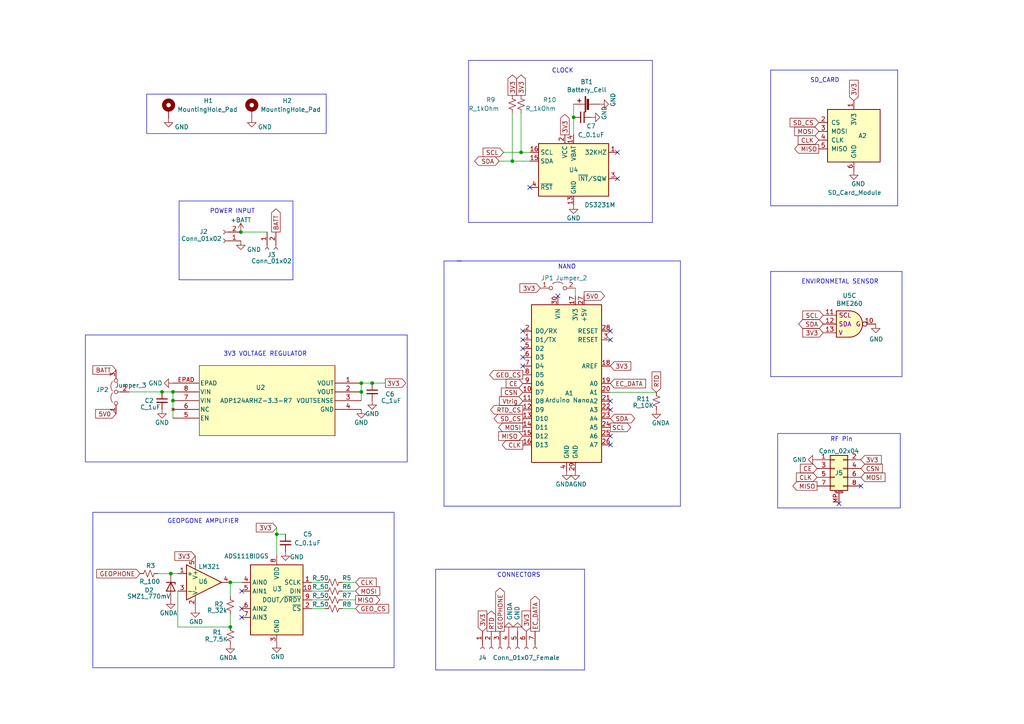
<source format=kicad_sch>
(kicad_sch (version 20230121) (generator eeschema)
  (paper "A4")
  (title_block (title "PENETROMETER BOARD") (date "2023-05-05") (company "ARTS LAB"))
  (lib_symbols
    (symbol "4xxx:4023" (pin_names (offset 1.016))
      (property "Reference" "U" (at 0 1.27 0))
      (property "Value" "4023" (at 0 -1.27 0))
      (symbol "4023_1_1"
        (arc (start 0 -3.81) (mid 3.7934 0) (end 0 3.81) (stroke (width 0.254)) (fill (type background)))
        (polyline (pts (xy 0 3.81) (xy -3.81 3.81) (xy -3.81 -3.81) (xy 0 -3.81)) (stroke (width 0.254)) (fill (type background)))
        (pin input line (at -7.62 2.54 0) (length 3.81) (name "~") (number "1"))
        (pin input line (at -7.62 0 0) (length 3.81) (name "~") (number "2"))
        (pin input line (at -7.62 -2.54 0) (length 3.81) (name "~") (number "8"))
        (pin output inverted (at 7.62 0 180) (length 3.81) (name "~") (number "9"))
      )
      (symbol "4023_1_2"
        (arc (start -3.81 -3.81) (mid -2.589 0) (end -3.81 3.81) (stroke (width 0.254)))
        (arc (start -0.6096 -3.81) (mid 2.1842 -2.5851) (end 3.81 0) (stroke (width 0.254)) (fill (type background)))
        (polyline (pts (xy -3.81 -3.81) (xy -0.635 -3.81)) (stroke (width 0.254)) (fill (type background)))
        (polyline (pts (xy -3.81 3.81) (xy -0.635 3.81)) (stroke (width 0.254)) (fill (type background)))
        (polyline (pts (xy -0.635 3.81) (xy -3.81 3.81) (xy -3.81 3.81) (xy -3.556 3.4036) (xy -3.0226 2.2606) (xy -2.6924 1.0414) (xy -2.6162 -0.254) (xy -2.7686 -1.4986) (xy -3.175 -2.7178) (xy -3.81 -3.81) (xy -3.81 -3.81) (xy -0.635 -3.81)) (stroke (width -25.4)) (fill (type background)))
        (arc (start 3.81 0) (mid 2.1915 2.5936) (end -0.6096 3.81) (stroke (width 0.254)) (fill (type background)))
        (pin input inverted (at -7.62 2.54 0) (length 4.318) (name "~") (number "1"))
        (pin input inverted (at -7.62 0 0) (length 4.953) (name "~") (number "2"))
        (pin input inverted (at -7.62 -2.54 0) (length 4.318) (name "~") (number "8"))
        (pin output line (at 7.62 0 180) (length 3.81) (name "~") (number "9"))
      )
      (symbol "4023_2_1"
        (arc (start 0 -3.81) (mid 3.7934 0) (end 0 3.81) (stroke (width 0.254)) (fill (type background)))
        (polyline (pts (xy 0 3.81) (xy -3.81 3.81) (xy -3.81 -3.81) (xy 0 -3.81)) (stroke (width 0.254)) (fill (type background)))
        (pin input line (at -7.62 2.54 0) (length 3.81) (name "~") (number "3"))
        (pin input line (at -7.62 0 0) (length 3.81) (name "~") (number "4"))
        (pin input line (at -7.62 -2.54 0) (length 3.81) (name "~") (number "5"))
        (pin output inverted (at 7.62 0 180) (length 3.81) (name "~") (number "6"))
      )
      (symbol "4023_2_2"
        (arc (start -3.81 -3.81) (mid -2.589 0) (end -3.81 3.81) (stroke (width 0.254)))
        (arc (start -0.6096 -3.81) (mid 2.1842 -2.5851) (end 3.81 0) (stroke (width 0.254)) (fill (type background)))
        (polyline (pts (xy -3.81 -3.81) (xy -0.635 -3.81)) (stroke (width 0.254)) (fill (type background)))
        (polyline (pts (xy -3.81 3.81) (xy -0.635 3.81)) (stroke (width 0.254)) (fill (type background)))
        (polyline (pts (xy -0.635 3.81) (xy -3.81 3.81) (xy -3.81 3.81) (xy -3.556 3.4036) (xy -3.0226 2.2606) (xy -2.6924 1.0414) (xy -2.6162 -0.254) (xy -2.7686 -1.4986) (xy -3.175 -2.7178) (xy -3.81 -3.81) (xy -3.81 -3.81) (xy -0.635 -3.81)) (stroke (width -25.4)) (fill (type background)))
        (arc (start 3.81 0) (mid 2.1915 2.5936) (end -0.6096 3.81) (stroke (width 0.254)) (fill (type background)))
        (pin input inverted (at -7.62 2.54 0) (length 4.318) (name "~") (number "3"))
        (pin input inverted (at -7.62 0 0) (length 4.953) (name "~") (number "4"))
        (pin input inverted (at -7.62 -2.54 0) (length 4.318) (name "~") (number "5"))
        (pin output line (at 7.62 0 180) (length 3.81) (name "~") (number "6"))
      )
      (symbol "4023_3_1"
        (arc (start 0 -3.81) (mid 3.7934 0) (end 0 3.81) (stroke (width 0.254)) (fill (type background)))
        (polyline (pts (xy 0 3.81) (xy -3.81 3.81) (xy -3.81 -3.81) (xy 0 -3.81)) (stroke (width 0.254)) (fill (type background)))
        (pin output inverted (at 7.62 0 180) (length 3.81) (name "~") (number "10"))
        (pin input line (at -7.62 2.54 0) (length 3.81) (name "~") (number "11"))
        (pin input line (at -7.62 0 0) (length 3.81) (name "~") (number "12"))
        (pin input line (at -7.62 -2.54 0) (length 3.81) (name "~") (number "13"))
      )
      (symbol "4023_3_2"
        (arc (start -3.81 -3.81) (mid -2.589 0) (end -3.81 3.81) (stroke (width 0.254)))
        (arc (start -0.6096 -3.81) (mid 2.1842 -2.5851) (end 3.81 0) (stroke (width 0.254)) (fill (type background)))
        (polyline (pts (xy -3.81 -3.81) (xy -0.635 -3.81)) (stroke (width 0.254)) (fill (type background)))
        (polyline (pts (xy -3.81 3.81) (xy -0.635 3.81)) (stroke (width 0.254)) (fill (type background)))
        (polyline (pts (xy -0.635 3.81) (xy -3.81 3.81) (xy -3.81 3.81) (xy -3.556 3.4036) (xy -3.0226 2.2606) (xy -2.6924 1.0414) (xy -2.6162 -0.254) (xy -2.7686 -1.4986) (xy -3.175 -2.7178) (xy -3.81 -3.81) (xy -3.81 -3.81) (xy -0.635 -3.81)) (stroke (width -25.4)) (fill (type background)))
        (arc (start 3.81 0) (mid 2.1915 2.5936) (end -0.6096 3.81) (stroke (width 0.254)) (fill (type background)))
        (pin output line (at 7.62 0 180) (length 3.81) (name "~") (number "10"))
        (pin input inverted (at -7.62 2.54 0) (length 4.318) (name "~") (number "11"))
        (pin input inverted (at -7.62 0 0) (length 4.953) (name "~") (number "12"))
        (pin input inverted (at -7.62 -2.54 0) (length 4.318) (name "~") (number "13"))
      )
      (symbol "4023_4_0"
        (pin power_in line (at 0 12.7 270) (length 5.08) (name "VDD") (number "14"))
        (pin power_in line (at 0 -12.7 90) (length 5.08) (name "VSS") (number "7"))
      )
      (symbol "4023_4_1"
        (rectangle (start -5.08 7.62) (end 5.08 -7.62) (stroke (width 0.254)) (fill (type background)))
      )
    )
    (symbol "Amplifier_Operational:LM321" (pin_names (offset 0.127))
      (property "Reference" "U" (at 0 7.62 0))
      (property "Value" "LM321" (at 0 5.08 0))
      (symbol "LM321_0_1"
        (polyline (pts (xy -5.08 5.08) (xy 5.08 0) (xy -5.08 -5.08) (xy -5.08 5.08)) (stroke (width 0.254)) (fill (type background)))
      )
      (symbol "LM321_1_1"
        (pin input line (at -7.62 2.54 0) (length 2.54) (name "+") (number "1"))
        (pin power_in line (at -2.54 -7.62 90) (length 3.81) (name "V-") (number "2"))
        (pin input line (at -7.62 -2.54 0) (length 2.54) (name "-") (number "3"))
        (pin output line (at 7.62 0 180) (length 2.54) (name "~") (number "4"))
        (pin power_in line (at -2.54 7.62 270) (length 3.81) (name "V+") (number "5"))
      )
    )
    (symbol "Analog_ADC:ADS1118IDGS"
      (property "Reference" "U" (at 1.27 13.97 0))
      (property "Value" "ADS1118IDGS" (at 1.27 11.43 0))
      (symbol "ADS1118IDGS_0_1"
        (rectangle (start 7.62 10.16) (end -7.62 -10.16) (stroke (width 0.254)) (fill (type background)))
      )
      (symbol "ADS1118IDGS_1_1"
        (pin input line (at 10.16 5.08 180) (length 2.54) (name "SCLK") (number "1"))
        (pin input line (at 10.16 2.54 180) (length 2.54) (name "DIN") (number "10"))
        (pin input line (at 10.16 -2.54 180) (length 2.54) (name "~{CS}") (number "2"))
        (pin power_in line (at 0 -12.7 90) (length 2.54) (name "GND") (number "3"))
        (pin input line (at -10.16 5.08 0) (length 2.54) (name "AIN0") (number "4"))
        (pin input line (at -10.16 2.54 0) (length 2.54) (name "AIN1") (number "5"))
        (pin input line (at -10.16 -2.54 0) (length 2.54) (name "AIN2") (number "6"))
        (pin input line (at -10.16 -5.08 0) (length 2.54) (name "AIN3") (number "7"))
        (pin power_in line (at 0 12.7 270) (length 2.54) (name "VDD") (number "8"))
        (pin output line (at 10.16 0 180) (length 2.54) (name "DOUT/~{DRDY}") (number "9"))
      )
    )
    (symbol "Connector:Conn_01x02_Female" (pin_names (offset 1.016) hide)
      (property "Reference" "J" (at 0 2.54 0))
      (property "Value" "Conn_01x02_Female" (at 0 -5.08 0))
      (symbol "Conn_01x02_Female_1_1"
        (arc (start 0 -2.032) (mid -0.5058 -2.54) (end 0 -3.048) (stroke (width 0.1524)))
        (polyline (pts (xy -1.27 -2.54) (xy -0.508 -2.54)) (stroke (width 0.1524)))
        (polyline (pts (xy -1.27 0) (xy -0.508 0)) (stroke (width 0.1524)))
        (arc (start 0 0.508) (mid -0.5058 0) (end 0 -0.508) (stroke (width 0.1524)))
        (pin passive line (at -5.08 0 0) (length 3.81) (name "Pin_1") (number "1"))
        (pin passive line (at -5.08 -2.54 0) (length 3.81) (name "Pin_2") (number "2"))
      )
    )
    (symbol "Connector:Conn_01x07_Female" (pin_names (offset 1.016) hide)
      (property "Reference" "J" (at 0 10.16 0))
      (property "Value" "Conn_01x07_Female" (at 0 -10.16 0))
      (symbol "Conn_01x07_Female_1_1"
        (arc (start 0 -7.112) (mid -0.5058 -7.62) (end 0 -8.128) (stroke (width 0.1524)))
        (arc (start 0 -4.572) (mid -0.5058 -5.08) (end 0 -5.588) (stroke (width 0.1524)))
        (arc (start 0 -2.032) (mid -0.5058 -2.54) (end 0 -3.048) (stroke (width 0.1524)))
        (polyline (pts (xy -1.27 -7.62) (xy -0.508 -7.62)) (stroke (width 0.1524)))
        (polyline (pts (xy -1.27 -5.08) (xy -0.508 -5.08)) (stroke (width 0.1524)))
        (polyline (pts (xy -1.27 -2.54) (xy -0.508 -2.54)) (stroke (width 0.1524)))
        (polyline (pts (xy -1.27 0) (xy -0.508 0)) (stroke (width 0.1524)))
        (polyline (pts (xy -1.27 2.54) (xy -0.508 2.54)) (stroke (width 0.1524)))
        (polyline (pts (xy -1.27 5.08) (xy -0.508 5.08)) (stroke (width 0.1524)))
        (polyline (pts (xy -1.27 7.62) (xy -0.508 7.62)) (stroke (width 0.1524)))
        (arc (start 0 0.508) (mid -0.5058 0) (end 0 -0.508) (stroke (width 0.1524)))
        (arc (start 0 3.048) (mid -0.5058 2.54) (end 0 2.032) (stroke (width 0.1524)))
        (arc (start 0 5.588) (mid -0.5058 5.08) (end 0 4.572) (stroke (width 0.1524)))
        (arc (start 0 8.128) (mid -0.5058 7.62) (end 0 7.112) (stroke (width 0.1524)))
        (pin passive line (at -5.08 7.62 0) (length 3.81) (name "Pin_1") (number "1"))
        (pin passive line (at -5.08 5.08 0) (length 3.81) (name "Pin_2") (number "2"))
        (pin passive line (at -5.08 2.54 0) (length 3.81) (name "Pin_3") (number "3"))
        (pin passive line (at -5.08 0 0) (length 3.81) (name "Pin_4") (number "4"))
        (pin passive line (at -5.08 -2.54 0) (length 3.81) (name "Pin_5") (number "5"))
        (pin passive line (at -5.08 -5.08 0) (length 3.81) (name "Pin_6") (number "6"))
        (pin passive line (at -5.08 -7.62 0) (length 3.81) (name "Pin_7") (number "7"))
      )
    )
    (symbol "Connector_Generic_MountingPin:Conn_02x04_Odd_Even_MountingPin" (pin_names (offset 1.016) hide)
      (property "Reference" "J" (at 1.27 5.08 0))
      (property "Value" "Conn_02x04_Odd_Even_MountingPin" (at 2.54 -7.62 0))
      (symbol "Conn_02x04_Odd_Even_MountingPin_1_1"
        (rectangle (start -1.27 -4.953) (end 0 -5.207) (stroke (width 0.1524)))
        (rectangle (start -1.27 -2.413) (end 0 -2.667) (stroke (width 0.1524)))
        (rectangle (start -1.27 0.127) (end 0 -0.127) (stroke (width 0.1524)))
        (rectangle (start -1.27 2.667) (end 0 2.413) (stroke (width 0.1524)))
        (rectangle (start -1.27 3.81) (end 3.81 -6.35) (stroke (width 0.254)) (fill (type background)))
        (polyline (pts (xy 0.254 -7.112) (xy 2.286 -7.112)) (stroke (width 0.1524)))
        (rectangle (start 3.81 -4.953) (end 2.54 -5.207) (stroke (width 0.1524)))
        (rectangle (start 3.81 -2.413) (end 2.54 -2.667) (stroke (width 0.1524)))
        (rectangle (start 3.81 0.127) (end 2.54 -0.127) (stroke (width 0.1524)))
        (rectangle (start 3.81 2.667) (end 2.54 2.413) (stroke (width 0.1524)))
        (text "Mounting" (at 1.27 -6.731 0) (effects (font (size 0.381 0.381))))
        (pin passive line (at -5.08 2.54 0) (length 3.81) (name "Pin_1") (number "1"))
        (pin passive line (at 7.62 2.54 180) (length 3.81) (name "Pin_2") (number "2"))
        (pin passive line (at -5.08 0 0) (length 3.81) (name "Pin_3") (number "3"))
        (pin passive line (at 7.62 0 180) (length 3.81) (name "Pin_4") (number "4"))
        (pin passive line (at -5.08 -2.54 0) (length 3.81) (name "Pin_5") (number "5"))
        (pin passive line (at 7.62 -2.54 180) (length 3.81) (name "Pin_6") (number "6"))
        (pin passive line (at -5.08 -5.08 0) (length 3.81) (name "Pin_7") (number "7"))
        (pin passive line (at 7.62 -5.08 180) (length 3.81) (name "Pin_8") (number "8"))
        (pin passive line (at 1.27 -10.16 90) (length 3.048) (name "MountPin") (number "MP"))
      )
    )
    (symbol "Device:Battery_Cell" (pin_numbers hide) (pin_names (offset 0) hide)
      (property "Reference" "BT" (at 2.54 2.54 0))
      (property "Value" "Battery_Cell" (at 2.54 0 0))
      (symbol "Battery_Cell_0_1"
        (rectangle (start -2.286 1.778) (end 2.286 1.524) (fill (type outline)))
        (rectangle (start -1.5748 1.1938) (end 1.4732 0.6858) (fill (type outline)))
        (polyline (pts (xy 0 0.762) (xy 0 0)))
        (polyline (pts (xy 0 1.778) (xy 0 2.54)))
        (polyline (pts (xy 0.508 3.429) (xy 1.524 3.429)) (stroke (width 0.254)))
        (polyline (pts (xy 1.016 3.937) (xy 1.016 2.921)) (stroke (width 0.254)))
      )
      (symbol "Battery_Cell_1_1"
        (pin passive line (at 0 5.08 270) (length 2.54) (name "+") (number "1"))
        (pin passive line (at 0 -2.54 90) (length 2.54) (name "-") (number "2"))
      )
    )
    (symbol "Device:C_Small" (pin_numbers hide) (pin_names (offset 0.254) hide)
      (property "Reference" "C" (at 0.254 1.778 0))
      (property "Value" "C_Small" (at 0.254 -2.032 0))
      (symbol "C_Small_0_1"
        (polyline (pts (xy -1.524 -0.508) (xy 1.524 -0.508)) (stroke (width 0.3302)))
        (polyline (pts (xy -1.524 0.508) (xy 1.524 0.508)) (stroke (width 0.3048)))
      )
      (symbol "C_Small_1_1"
        (pin passive line (at 0 2.54 270) (length 2.032) (name "~") (number "1"))
        (pin passive line (at 0 -2.54 90) (length 2.032) (name "~") (number "2"))
      )
    )
    (symbol "Device:R_Small_US" (pin_numbers hide) (pin_names (offset 0.254) hide)
      (property "Reference" "R" (at 0.762 0.508 0))
      (property "Value" "R_Small_US" (at 0.762 -1.016 0))
      (symbol "R_Small_US_1_1"
        (polyline (pts (xy 0 0) (xy 1.016 -0.381) (xy 0 -0.762) (xy -1.016 -1.143) (xy 0 -1.524)))
        (polyline (pts (xy 0 1.524) (xy 1.016 1.143) (xy 0 0.762) (xy -1.016 0.381) (xy 0 0)))
        (pin passive line (at 0 2.54 270) (length 1.016) (name "~") (number "1"))
        (pin passive line (at 0 -2.54 90) (length 1.016) (name "~") (number "2"))
      )
    )
    (symbol "Diode:SMZxxx" (pin_numbers hide) (pin_names hide)
      (property "Reference" "D" (at 0 2.54 0))
      (property "Value" "SMZxxx" (at 0 -2.54 0))
      (symbol "SMZxxx_0_1"
        (polyline (pts (xy 1.27 0) (xy -1.27 0)))
        (polyline (pts (xy -1.27 -1.27) (xy -1.27 1.27) (xy -0.762 1.27)) (stroke (width 0.254)))
        (polyline (pts (xy 1.27 -1.27) (xy 1.27 1.27) (xy -1.27 0) (xy 1.27 -1.27)) (stroke (width 0.254)))
      )
      (symbol "SMZxxx_1_1"
        (pin passive line (at -3.81 0 0) (length 2.54) (name "K") (number "1"))
        (pin passive line (at 3.81 0 180) (length 2.54) (name "A") (number "2"))
      )
    )
    (symbol "Jumper:Jumper_2_Open" (pin_names (offset 0) hide)
      (property "Reference" "JP" (at 0 2.794 0))
      (property "Value" "Jumper_2_Open" (at 0 -2.286 0))
      (symbol "Jumper_2_Open_0_0"
        (circle (center -2.032 0) (radius 0.508))
        (circle (center 2.032 0) (radius 0.508))
      )
      (symbol "Jumper_2_Open_0_1"
        (arc (start 1.524 1.27) (mid 0 1.778) (end -1.524 1.27))
      )
      (symbol "Jumper_2_Open_1_1"
        (pin passive line (at -5.08 0 0) (length 2.54) (name "A") (number "1"))
        (pin passive line (at 5.08 0 180) (length 2.54) (name "B") (number "2"))
      )
    )
    (symbol "Jumper:Jumper_3_Open" (pin_names (offset 0) hide)
      (property "Reference" "JP" (at -2.54 -2.54 0))
      (property "Value" "Jumper_3_Open" (at 0 2.794 0))
      (symbol "Jumper_3_Open_0_0"
        (circle (center -3.302 0) (radius 0.508))
        (circle (center 0 0) (radius 0.508))
        (circle (center 3.302 0) (radius 0.508))
      )
      (symbol "Jumper_3_Open_0_1"
        (arc (start -0.254 1.016) (mid -1.651 1.4992) (end -3.048 1.016))
        (polyline (pts (xy 0 -0.508) (xy 0 -1.27)))
        (arc (start 3.048 1.016) (mid 1.651 1.4992) (end 0.254 1.016))
      )
      (symbol "Jumper_3_Open_1_1"
        (pin passive line (at -6.35 0 0) (length 2.54) (name "A") (number "1"))
        (pin passive line (at 0 -3.81 90) (length 2.54) (name "C") (number "2"))
        (pin passive line (at 6.35 0 180) (length 2.54) (name "B") (number "3"))
      )
    )
    (symbol "Mechanical:MountingHole_Pad" (pin_numbers hide) (pin_names (offset 1.016) hide)
      (property "Reference" "H" (at 0 6.35 0))
      (property "Value" "MountingHole_Pad" (at 0 4.445 0))
      (symbol "MountingHole_Pad_0_1"
        (circle (center 0 1.27) (radius 1.27) (stroke (width 1.27)))
      )
      (symbol "MountingHole_Pad_1_1"
        (pin input line (at 0 -2.54 90) (length 2.54) (name "1") (number "1"))
      )
    )
    (symbol "Timer_RTC:DS3231M"
      (property "Reference" "U" (at -7.62 8.89 0))
      (property "Value" "DS3231M" (at 10.16 8.89 0))
      (symbol "DS3231M_0_1"
        (rectangle (start -10.16 7.62) (end 10.16 -7.62) (stroke (width 0.254)) (fill (type background)))
      )
      (symbol "DS3231M_1_1"
        (pin open_collector line (at 12.7 5.08 180) (length 2.54) (name "32KHZ") (number "1"))
        (pin passive line (at 0 -10.16 90) (length 2.54) hide (name "GND") (number "10"))
        (pin passive line (at 0 -10.16 90) (length 2.54) hide (name "GND") (number "11"))
        (pin passive line (at 0 -10.16 90) (length 2.54) hide (name "GND") (number "12"))
        (pin power_in line (at 0 -10.16 90) (length 2.54) (name "GND") (number "13"))
        (pin power_in line (at 0 10.16 270) (length 2.54) (name "VBAT") (number "14"))
        (pin bidirectional line (at -12.7 2.54 0) (length 2.54) (name "SDA") (number "15"))
        (pin input line (at -12.7 5.08 0) (length 2.54) (name "SCL") (number "16"))
        (pin power_in line (at -2.54 10.16 270) (length 2.54) (name "VCC") (number "2"))
        (pin open_collector line (at 12.7 -2.54 180) (length 2.54) (name "~{INT}/SQW") (number "3"))
        (pin bidirectional line (at -12.7 -5.08 0) (length 2.54) (name "~{RST}") (number "4"))
        (pin passive line (at 0 -10.16 90) (length 2.54) hide (name "GND") (number "5"))
        (pin passive line (at 0 -10.16 90) (length 2.54) hide (name "GND") (number "6"))
        (pin passive line (at 0 -10.16 90) (length 2.54) hide (name "GND") (number "7"))
        (pin passive line (at 0 -10.16 90) (length 2.54) hide (name "GND") (number "8"))
        (pin passive line (at 0 -10.16 90) (length 2.54) hide (name "GND") (number "9"))
      )
    )
    (symbol "power:+BATT" (power) (pin_names (offset 0))
      (property "Value" "+BATT" (at 0 3.556 0))
      (symbol "+BATT_0_1"
        (polyline (pts (xy -0.762 1.27) (xy 0 2.54)))
        (polyline (pts (xy 0 0) (xy 0 2.54)))
        (polyline (pts (xy 0 2.54) (xy 0.762 1.27)))
      )
      (symbol "+BATT_1_1"
        (pin power_in line (at 0 0 90) (length 0) hide (name "+BATT") (number "1"))
      )
    )
    (symbol "power:GND" (power) (pin_names (offset 0))
      (property "Value" "GND" (at 0 -3.81 0))
      (symbol "GND_0_1"
        (polyline (pts (xy 0 0) (xy 0 -1.27) (xy 1.27 -1.27) (xy 0 -2.54) (xy -1.27 -1.27) (xy 0 -1.27)))
      )
      (symbol "GND_1_1"
        (pin power_in line (at 0 0 270) (length 0) hide (name "GND") (number "1"))
      )
    )
    (symbol "power:GNDA" (power) (pin_names (offset 0))
      (property "Value" "GNDA" (at 0 -3.81 0))
      (symbol "GNDA_0_1"
        (polyline (pts (xy 0 0) (xy 0 -1.27) (xy 1.27 -1.27) (xy 0 -2.54) (xy -1.27 -1.27) (xy 0 -1.27)))
      )
      (symbol "GNDA_1_1"
        (pin power_in line (at 0 0 270) (length 0) hide (name "GNDA") (number "1"))
      )
    )
    (symbol "smart penetrometer update-rescue:ADP124ARHZ-3.3-R7" (pin_names (offset 0.254))
      (property "Reference" "U2" (at 29.21 -1.27 0))
      (property "Value" "ADP124ARHZ-3.3-R7" (at 30.48 -5.08 0))
      (symbol "ADP124ARHZ-3.3-R7_0_1"
        (polyline (pts (xy 7.62 5.08) (xy 7.62 -15.24)) (stroke (width 0.127)))
        (pin output line (at 0 0 0) (length 7.62) (name "VOUT") (number "1"))
        (pin output line (at 0 -2.54 0) (length 7.62) (name "VOUT") (number "2"))
        (pin output line (at 0 -5.08 0) (length 7.62) (name "VOUTSENSE") (number "3"))
        (pin power_in line (at 0 -7.62 0) (length 7.62) (name "GND") (number "4"))
        (pin input line (at 54.61 -10.16 180) (length 7.62) (name "EN") (number "5"))
        (pin no_connect line (at 54.61 -7.62 180) (length 7.62) (name "NC") (number "6"))
        (pin input line (at 54.61 -5.08 180) (length 7.62) (name "VIN") (number "7"))
        (pin input line (at 54.61 -2.54 180) (length 7.62) (name "VIN") (number "8"))
        (pin unspecified line (at 54.61 0 180) (length 7.62) (name "EPAD") (number "EPAD"))
      )
      (symbol "ADP124ARHZ-3.3-R7_1_1"
        (rectangle (start 7.62 5.08) (end 46.99 -15.24) (fill (type background)))
      )
    )
    (symbol "smart-penetrometer-update-rescue:Arduino_Nano_v3.x-MCU_Module-kitest-rescue-smart-penetrometer-rescue-smart-penetrometer-update-rescue" (pin_names (offset 1.016))
      (property "Reference" "A" (at -5.08 26.035 0))
      (property "Value" "Arduino_Nano_v3.x-MCU_Module-kitest-rescue-smart-penetrometer-rescue-smart-penetrometer-update-rescue" (at -5.08 24.13 0))
      (symbol "Arduino_Nano_v3.x-MCU_Module-kitest-rescue-smart-penetrometer-rescue-smart-penetrometer-update-rescue_0_1"
        (rectangle (start -10.16 22.86) (end 10.16 -22.86) (stroke (width 0.254)) (fill (type background)))
      )
      (symbol "Arduino_Nano_v3.x-MCU_Module-kitest-rescue-smart-penetrometer-rescue-smart-penetrometer-update-rescue_1_1"
        (pin bidirectional line (at -12.7 12.7 0) (length 2.54) (name "D1/TX") (number "1"))
        (pin bidirectional line (at -12.7 -2.54 0) (length 2.54) (name "D7") (number "10"))
        (pin bidirectional line (at -12.7 -5.08 0) (length 2.54) (name "D8") (number "11"))
        (pin bidirectional line (at -12.7 -7.62 0) (length 2.54) (name "D9") (number "12"))
        (pin bidirectional line (at -12.7 -10.16 0) (length 2.54) (name "D10") (number "13"))
        (pin bidirectional line (at -12.7 -12.7 0) (length 2.54) (name "D11") (number "14"))
        (pin bidirectional line (at -12.7 -15.24 0) (length 2.54) (name "D12") (number "15"))
        (pin bidirectional line (at -12.7 -17.78 0) (length 2.54) (name "D13") (number "16"))
        (pin power_out line (at 2.54 25.4 270) (length 2.54) (name "3V3") (number "17"))
        (pin input line (at 12.7 5.08 180) (length 2.54) (name "AREF") (number "18"))
        (pin bidirectional line (at 12.7 0 180) (length 2.54) (name "A0") (number "19"))
        (pin bidirectional line (at -12.7 15.24 0) (length 2.54) (name "D0/RX") (number "2"))
        (pin bidirectional line (at 12.7 -2.54 180) (length 2.54) (name "A1") (number "20"))
        (pin bidirectional line (at 12.7 -5.08 180) (length 2.54) (name "A2") (number "21"))
        (pin bidirectional line (at 12.7 -7.62 180) (length 2.54) (name "A3") (number "22"))
        (pin bidirectional line (at 12.7 -10.16 180) (length 2.54) (name "A4") (number "23"))
        (pin bidirectional line (at 12.7 -12.7 180) (length 2.54) (name "A5") (number "24"))
        (pin bidirectional line (at 12.7 -15.24 180) (length 2.54) (name "A6") (number "25"))
        (pin bidirectional line (at 12.7 -17.78 180) (length 2.54) (name "A7") (number "26"))
        (pin power_out line (at 5.08 25.4 270) (length 2.54) (name "+5V") (number "27"))
        (pin input line (at 12.7 15.24 180) (length 2.54) (name "RESET") (number "28"))
        (pin power_in line (at 2.54 -25.4 90) (length 2.54) (name "GND") (number "29"))
        (pin input line (at 12.7 12.7 180) (length 2.54) (name "RESET") (number "3"))
        (pin power_in line (at -2.54 25.4 270) (length 2.54) (name "VIN") (number "30"))
        (pin power_in line (at 0 -25.4 90) (length 2.54) (name "GND") (number "4"))
        (pin bidirectional line (at -12.7 10.16 0) (length 2.54) (name "D2") (number "5"))
        (pin bidirectional line (at -12.7 7.62 0) (length 2.54) (name "D3") (number "6"))
        (pin bidirectional line (at -12.7 5.08 0) (length 2.54) (name "D4") (number "7"))
        (pin bidirectional line (at -12.7 2.54 0) (length 2.54) (name "D5") (number "8"))
        (pin bidirectional line (at -12.7 0 0) (length 2.54) (name "D6") (number "9"))
      )
    )
    (symbol "smart-penetrometer-update-rescue:SD_Card_Module-Charleslabs_Parts-kitest-rescue-smart-penetrometer-rescue-smart-penetrometer-update-rescue" (pin_names (offset 1.016))
      (property "Reference" "A" (at -7.62 10.16 0))
      (property "Value" "SD_Card_Module-Charleslabs_Parts-kitest-rescue-smart-penetrometer-rescue-smart-penetrometer-update-rescue" (at 10.16 10.16 0))
      (symbol "SD_Card_Module-Charleslabs_Parts-kitest-rescue-smart-penetrometer-rescue-smart-penetrometer-update-rescue_0_1"
        (rectangle (start -7.62 7.62) (end 7.62 -7.62) (stroke (width 0.254)) (fill (type background)))
      )
      (symbol "SD_Card_Module-Charleslabs_Parts-kitest-rescue-smart-penetrometer-rescue-smart-penetrometer-update-rescue_1_1"
        (pin power_in line (at 0 10.16 270) (length 2.54) (name "3V3") (number "1"))
        (pin input line (at -10.16 3.81 0) (length 2.54) (name "CS") (number "2"))
        (pin input line (at -10.16 1.27 0) (length 2.54) (name "MOSI") (number "3"))
        (pin input line (at -10.16 -1.27 0) (length 2.54) (name "CLK") (number "4"))
        (pin tri_state line (at -10.16 -3.81 0) (length 2.54) (name "MISO") (number "5"))
        (pin power_in line (at 0 -10.16 90) (length 2.54) (name "GND") (number "6"))
      )
    )
  )
  (junction (at 151.13 44.196))
  (junction (at 107.95 111.125))
  (junction (at 46.99 113.665))
  (junction (at 66.802 181.864))
  (junction (at 166.37 34.036))
  (junction (at 49.53 166.37))
  (junction (at 69.85 67.31))
  (junction (at 50.165 116.205))
  (junction (at 66.802 168.91))
  (junction (at 50.165 113.665))
  (junction (at 104.775 113.665))
  (junction (at 104.775 111.125))
  (junction (at 80.264 154.94))
  (junction (at 148.59 46.736))
  (no_connect (at 161.798 85.852))
  (no_connect (at 249.682 140.97))
  (no_connect (at 177.038 98.552))
  (no_connect (at 243.332 146.05))
  (no_connect (at 177.038 129.032))
  (no_connect (at 151.638 106.172))
  (no_connect (at 177.038 116.332))
  (no_connect (at 70.104 171.45))
  (no_connect (at 177.038 118.872))
  (no_connect (at 151.638 101.092))
  (no_connect (at 153.67 54.356))
  (no_connect (at 151.638 98.552))
  (no_connect (at 151.638 96.012))
  (no_connect (at 179.07 44.196))
  (no_connect (at 177.038 126.492))
  (no_connect (at 70.104 179.07))
  (no_connect (at 179.07 51.816))
  (no_connect (at 151.638 103.632))
  (no_connect (at 177.038 96.012))
  (no_connect (at 70.104 176.53))
  (wire (pts (xy 46.99 113.665) (xy 50.165 113.665)))
  (wire (pts (xy 151.13 44.196) (xy 153.67 44.196)))
  (wire (pts (xy 50.165 116.205) (xy 50.165 121.285)))
  (wire (pts (xy 45.72 166.37) (xy 49.53 166.37)))
  (polyline (pts (xy 261.62 109.22) (xy 223.52 109.22)))
  (wire (pts (xy 80.264 153.035) (xy 80.264 154.94)))
  (wire (pts (xy 148.59 46.736) (xy 153.67 46.736)))
  (polyline (pts (xy 189.23 64.516) (xy 189.23 17.526)))
  (polyline (pts (xy 197.358 146.812) (xy 128.778 146.812)))
  (wire (pts (xy 166.37 34.036) (xy 166.37 39.116)))
  (polyline (pts (xy 128.778 146.812) (xy 128.778 75.692)))
  (wire (pts (xy 99.314 171.45) (xy 103.124 171.45)))
  (polyline (pts (xy 223.52 78.74) (xy 223.52 109.22)))
  (polyline (pts (xy 261.62 78.74) (xy 261.62 109.22)))
  (wire (pts (xy 104.775 113.665) (xy 104.775 116.205)))
  (polyline (pts (xy 223.52 59.69) (xy 260.35 59.69)))
  (wire (pts (xy 80.264 161.29) (xy 80.264 154.94)))
  (polyline (pts (xy 51.943 58.293) (xy 51.943 81.153)))
  (wire (pts (xy 177.038 113.792) (xy 190.373 113.792)))
  (wire (pts (xy 104.775 111.125) (xy 107.95 111.125)))
  (polyline (pts (xy 260.35 20.32) (xy 223.52 20.32)))
  (wire (pts (xy 50.165 113.665) (xy 50.165 116.205)))
  (wire (pts (xy 90.424 171.45) (xy 94.234 171.45)))
  (polyline (pts (xy 169.545 165.1) (xy 169.545 194.31)))
  (wire (pts (xy 90.424 168.91) (xy 94.234 168.91)))
  (wire (pts (xy 104.775 111.125) (xy 104.775 113.665)))
  (polyline (pts (xy 84.963 58.293) (xy 51.943 58.293)))
  (wire (pts (xy 151.13 32.766) (xy 151.13 44.196)))
  (wire (pts (xy 51.562 181.864) (xy 66.802 181.864)))
  (wire (pts (xy 69.85 67.31) (xy 77.47 67.31)))
  (polyline (pts (xy 197.358 75.692) (xy 197.358 146.812)))
  (wire (pts (xy 166.878 83.566) (xy 166.878 85.852)))
  (polyline (pts (xy 84.963 81.153) (xy 84.963 58.293)))
  (wire (pts (xy 90.424 176.53) (xy 94.234 176.53)))
  (polyline (pts (xy 223.52 78.74) (xy 261.62 78.74)))
  (wire (pts (xy 66.802 181.864) (xy 66.802 178.054)))
  (polyline (pts (xy 126.365 165.1) (xy 169.545 165.1)))
  (polyline (pts (xy 128.778 75.692) (xy 133.858 75.692)))
  (wire (pts (xy 146.05 44.196) (xy 151.13 44.196)))
  (polyline (pts (xy 223.52 20.32) (xy 223.52 59.69)))
  (wire (pts (xy 166.37 30.226) (xy 166.37 34.036)))
  (wire (pts (xy 49.53 166.37) (xy 51.562 166.37)))
  (polyline (pts (xy 126.365 194.31) (xy 126.365 165.1)))
  (wire (pts (xy 80.264 154.94) (xy 82.804 154.94)))
  (wire (pts (xy 99.314 173.99) (xy 103.124 173.99)))
  (polyline (pts (xy 169.545 194.31) (xy 126.365 194.31)))
  (polyline (pts (xy 135.89 17.526) (xy 189.23 17.526)))
  (wire (pts (xy 66.802 168.91) (xy 70.104 168.91)))
  (wire (pts (xy 51.562 171.45) (xy 51.562 181.864)))
  (wire (pts (xy 66.802 172.974) (xy 66.802 168.91)))
  (polyline (pts (xy 132.588 75.692) (xy 197.358 75.692)))
  (polyline (pts (xy 135.89 17.526) (xy 135.89 64.516)))
  (wire (pts (xy 148.59 32.766) (xy 148.59 46.736)))
  (wire (pts (xy 144.78 46.736) (xy 148.59 46.736)))
  (wire (pts (xy 37.465 113.665) (xy 46.99 113.665)))
  (wire (pts (xy 90.424 173.99) (xy 94.234 173.99)))
  (wire (pts (xy 99.314 168.91) (xy 103.124 168.91)))
  (wire (pts (xy 99.314 176.53) (xy 103.124 176.53)))
  (polyline (pts (xy 51.943 81.153) (xy 84.963 81.153)))
  (polyline (pts (xy 260.35 59.69) (xy 260.35 20.32)))
  (polyline (pts (xy 135.89 64.516) (xy 189.23 64.516)))
  (wire (pts (xy 107.95 111.125) (xy 111.76 111.125)))
  (rectangle (start 42.545 27.305) (end 94.615 38.735))
  (rectangle (start 24.765 97.155) (end 118.11 133.985))
  (rectangle (start 26.924 148.59) (end 114.3 193.675))
  (rectangle (start 225.552 125.73) (end 261.112 147.32))
  (text "GEOPGONE AMPLIFIER" (at 48.514 152.019 0) (effects (font (size 1.27 1.27)) (justify left bottom)))
  (text "POWER INPUT" (at 60.833 62.103 0) (effects (font (size 1.27 1.27)) (justify left bottom)))
  (text "3V3 VOLTAGE REGULATOR" (at 64.77 103.505 0) (effects (font (size 1.27 1.27)) (justify left bottom)))
  (text "NANO" (at 161.798 78.232 0) (effects (font (size 1.27 1.27)) (justify left bottom)))
  (text "CLOCK" (at 160.02 21.336 0) (effects (font (size 1.27 1.27)) (justify left bottom)))
  (text "RF Pin" (at 240.792 128.27 0) (effects (font (size 1.27 1.27)) (justify left bottom)))
  (text "CONNECTORS" (at 144.145 167.64 0) (effects (font (size 1.27 1.27)) (justify left bottom)))
  (text "SD_CARD" (at 234.95 24.13 0) (effects (font (size 1.27 1.27)) (justify left bottom)))
  (text "ENVIRONMETAL SENSOR" (at 232.41 82.55 0) (effects (font (size 1.27 1.27)) (justify left bottom)))
  (global_label "SDA" (shape bidirectional) (at 144.78 46.736 180) (property "Intersheetrefs" "${INTERSHEET_REFS}" (effects hide)))
  (global_label "SCL" (shape input) (at 146.05 44.196 180) (property "Intersheetrefs" "${INTERSHEET_REFS}" (effects hide)))
  (global_label "CSN" (shape input) (at 151.638 113.792 180) (property "Intersheetrefs" "${INTERSHEET_REFS}" (effects hide)))
  (global_label "GEO_CS" (shape output) (at 151.638 108.712 180) (property "Intersheetrefs" "${INTERSHEET_REFS}" (effects hide)))
  (global_label "EC_DATA" (shape output) (at 155.194 183.134 90) (property "Intersheetrefs" "${INTERSHEET_REFS}" (effects hide)))
  (global_label "GEOPHONE" (shape input) (at 40.64 166.37 180) (property "Intersheetrefs" "${INTERSHEET_REFS}" (effects hide)))
  (global_label "CLK" (shape input) (at 236.982 138.43 180) (property "Intersheetrefs" "${INTERSHEET_REFS}" (effects hide)))
  (global_label "MOSI" (shape input) (at 237.49 38.1 180) (property "Intersheetrefs" "${INTERSHEET_REFS}" (effects hide)))
  (global_label "SCL" (shape input) (at 238.76 91.44 180) (property "Intersheetrefs" "${INTERSHEET_REFS}" (effects hide)))
  (global_label "CLK" (shape input) (at 237.49 40.64 180) (property "Intersheetrefs" "${INTERSHEET_REFS}" (effects hide)))
  (global_label "5V0" (shape output) (at 169.418 85.852 0) (property "Intersheetrefs" "${INTERSHEET_REFS}" (effects hide)))
  (global_label "SCL" (shape output) (at 177.038 123.952 0) (property "Intersheetrefs" "${INTERSHEET_REFS}" (effects hide)))
  (global_label "3V3" (shape input) (at 139.954 183.134 90) (property "Intersheetrefs" "${INTERSHEET_REFS}" (effects hide)))
  (global_label "3V3" (shape input) (at 177.038 106.172 0) (property "Intersheetrefs" "${INTERSHEET_REFS}" (effects hide)))
  (global_label "RTD_CS" (shape output) (at 151.638 118.872 180) (property "Intersheetrefs" "${INTERSHEET_REFS}" (effects hide)))
  (global_label "3V3" (shape input) (at 152.654 183.134 90) (property "Intersheetrefs" "${INTERSHEET_REFS}" (effects hide)))
  (global_label "EC_DATA" (shape input) (at 177.038 111.252 0) (property "Intersheetrefs" "${INTERSHEET_REFS}" (effects hide)))
  (global_label "CLK" (shape output) (at 151.638 129.032 180) (property "Intersheetrefs" "${INTERSHEET_REFS}" (effects hide)))
  (global_label "GEOPHONE" (shape output) (at 145.034 183.134 90) (property "Intersheetrefs" "${INTERSHEET_REFS}" (effects hide)))
  (global_label "GEO_CS" (shape input) (at 103.124 176.53 0) (property "Intersheetrefs" "${INTERSHEET_REFS}" (effects hide)))
  (global_label "MISO" (shape output) (at 103.124 173.99 0) (property "Intersheetrefs" "${INTERSHEET_REFS}" (effects hide)))
  (global_label "5V0" (shape input) (at 33.655 120.015 180) (property "Intersheetrefs" "${INTERSHEET_REFS}" (effects hide)))
  (global_label "3V3" (shape output) (at 148.59 27.686 90) (property "Intersheetrefs" "${INTERSHEET_REFS}" (effects hide)))
  (global_label "CLK" (shape input) (at 103.124 168.91 0) (property "Intersheetrefs" "${INTERSHEET_REFS}" (effects hide)))
  (global_label "BATT" (shape output) (at 80.01 67.31 90) (property "Intersheetrefs" "${INTERSHEET_REFS}" (effects hide)))
  (global_label "SD_CS" (shape input) (at 237.49 35.56 180) (property "Intersheetrefs" "${INTERSHEET_REFS}" (effects hide)))
  (global_label "3V3" (shape input) (at 238.76 96.52 180) (property "Intersheetrefs" "${INTERSHEET_REFS}" (effects hide)))
  (global_label "SDA" (shape bidirectional) (at 238.76 93.98 180) (property "Intersheetrefs" "${INTERSHEET_REFS}" (effects hide)))
  (global_label "MISO" (shape output) (at 236.982 140.97 180) (property "Intersheetrefs" "${INTERSHEET_REFS}" (effects hide)))
  (global_label "CSN" (shape input) (at 249.682 135.89 0) (property "Intersheetrefs" "${INTERSHEET_REFS}" (effects hide)))
  (global_label "SD_CS" (shape output) (at 151.638 121.412 180) (property "Intersheetrefs" "${INTERSHEET_REFS}" (effects hide)))
  (global_label "RTD" (shape input) (at 190.373 113.792 90) (property "Intersheetrefs" "${INTERSHEET_REFS}" (effects hide)))
  (global_label "3V3" (shape output) (at 151.13 27.686 90) (property "Intersheetrefs" "${INTERSHEET_REFS}" (effects hide)))
  (global_label "CE" (shape input) (at 236.982 135.89 180) (property "Intersheetrefs" "${INTERSHEET_REFS}" (effects hide)))
  (global_label "Vtrig" (shape input) (at 151.638 116.332 180) (property "Intersheetrefs" "${INTERSHEET_REFS}" (effects hide)))
  (global_label "3V3" (shape output) (at 111.76 111.125 0) (property "Intersheetrefs" "${INTERSHEET_REFS}" (effects hide)))
  (global_label "MOSI" (shape input) (at 103.124 171.45 0) (property "Intersheetrefs" "${INTERSHEET_REFS}" (effects hide)))
  (global_label "MOSI" (shape input) (at 249.682 138.43 0) (property "Intersheetrefs" "${INTERSHEET_REFS}" (effects hide)))
  (global_label "BATT" (shape input) (at 33.655 107.315 180) (property "Intersheetrefs" "${INTERSHEET_REFS}" (effects hide)))
  (global_label "3V3" (shape input) (at 247.65 29.21 90) (property "Intersheetrefs" "${INTERSHEET_REFS}" (effects hide)))
  (global_label "RTD" (shape output) (at 142.494 183.134 90) (property "Intersheetrefs" "${INTERSHEET_REFS}" (effects hide)))
  (global_label "3V3" (shape input) (at 80.264 153.035 180) (property "Intersheetrefs" "${INTERSHEET_REFS}" (effects hide)))
  (global_label "3V3" (shape output) (at 163.83 39.116 90) (property "Intersheetrefs" "${INTERSHEET_REFS}" (effects hide)))
  (global_label "CE" (shape input) (at 151.638 111.252 180) (property "Intersheetrefs" "${INTERSHEET_REFS}" (effects hide)))
  (global_label "3V3" (shape input) (at 56.642 161.29 180) (property "Intersheetrefs" "${INTERSHEET_REFS}" (effects hide)))
  (global_label "3V3" (shape input) (at 156.718 83.566 180) (property "Intersheetrefs" "${INTERSHEET_REFS}" (effects hide)))
  (global_label "MISO" (shape input) (at 151.638 126.492 180) (property "Intersheetrefs" "${INTERSHEET_REFS}" (effects hide)))
  (global_label "MISO" (shape output) (at 237.49 43.18 180) (property "Intersheetrefs" "${INTERSHEET_REFS}" (effects hide)))
  (global_label "3V3" (shape input) (at 249.682 133.35 0) (property "Intersheetrefs" "${INTERSHEET_REFS}" (effects hide)))
  (global_label "SDA" (shape bidirectional) (at 177.038 121.412 0) (property "Intersheetrefs" "${INTERSHEET_REFS}" (effects hide)))
  (global_label "MOSI" (shape output) (at 151.638 123.952 180) (property "Intersheetrefs" "${INTERSHEET_REFS}" (effects hide)))
  (symbol (lib_id "power:GND") (at 82.804 160.02 0) (unit 1)
    (property "Reference" "#PWR011" (effects hide))
    (property "Value" "GND" (at 88.138 161.544 0) (effects (justify right)))
  )
  (symbol (lib_id "Connector:Conn_01x02_Female") (at 77.47 72.39 90) (mirror x) (unit 1)
    (property "Reference" "J3" (at 78.74 73.914 90))
    (property "Value" "Conn_01x02" (at 78.74 75.692 90))
    (property "Footprint" "Connector_PinSocket_2.54mm:PinSocket_1x02_P2.54mm_Horizontal" (effects hide))
  )
  (symbol (lib_id "power:GND") (at 73.025 34.29 0) (unit 1)
    (property "Reference" "#PWR07" (effects hide))
    (property "Value" "GND" (at 76.835 36.83 0))
  )
  (symbol (lib_id "Device:Battery_Cell") (at 171.45 30.226 90) (unit 1)
    (property "Reference" "BT1" (at 170.18 23.749 90))
    (property "Value" "Battery_Cell" (at 170.18 26.0604 90))
    (property "Footprint" "kitest:battery_holder_10mm" (effects hide))
  )
  (symbol (lib_id "power:+BATT") (at 69.85 67.31 0) (unit 1)
    (property "Reference" "#PWR04" (effects hide))
    (property "Value" "+BATT" (at 69.85 63.8081 0))
  )
  (symbol (lib_id "power:GND") (at 107.95 116.205 0) (unit 1)
    (property "Reference" "#PWR010" (effects hide))
    (property "Value" "GND" (at 107.95 120.015 0))
  )
  (symbol (lib_id "power:GND") (at 104.775 118.745 0) (unit 1)
    (property "Reference" "#PWR03" (effects hide))
    (property "Value" "GND" (at 104.775 122.555 0))
  )
  (symbol (lib_id "smart-penetrometer-update-rescue:SD_Card_Module-Charleslabs_Parts-kitest-rescue-smart-penetrometer-rescue-smart-penetrometer-update-rescue") (at 247.65 39.37 0) (unit 1)
    (property "Reference" "A2" (at 248.92 39.37 0) (effects (justify left)))
    (property "Value" "SD_Card_Module" (at 240.03 55.88 0) (effects (justify left)))
    (property "Footprint" "kitest:SD Module" (effects hide))
  )
  (symbol (lib_id "power:GND") (at 173.99 30.226 90) (unit 1)
    (property "Reference" "#PWR017" (effects hide))
    (property "Value" "GND" (at 177.8 28.956 0))
  )
  (symbol (lib_id "power:GNDA") (at 66.802 186.944 0) (unit 1)
    (property "Reference" "#PWR026" (effects hide))
    (property "Value" "GNDA" (at 66.167 190.754 0))
  )
  (symbol (lib_id "Timer_RTC:DS3231M") (at 166.37 49.276 0) (unit 1)
    (property "Reference" "U4" (at 166.37 49.276 0))
    (property "Value" "DS3231M" (at 173.99 59.436 0))
    (property "Footprint" "Package_SO:SOIC-16W_7.5x10.3mm_P1.27mm" (effects hide))
    (property "Datasheet" "http://datasheets.maximintegrated.com/en/ds/DS3231.pdf" (effects hide))
  )
  (symbol (lib_id "power:GNDA") (at 147.574 183.134 180) (unit 1)
    (property "Reference" "#PWR027" (effects hide))
    (property "Value" "GNDA" (at 147.828 177.292 90))
  )
  (symbol (lib_id "Device:C_Small") (at 107.95 113.665 0) (unit 1)
    (property "Reference" "C6" (at 111.76 114.3 0) (effects (justify left)))
    (property "Value" "C_1uF" (at 110.49 116.205 0) (effects (justify left)))
    (property "Footprint" "Capacitor_SMD:C_1206_3216Metric" (effects hide))
  )
  (symbol (lib_id "Connector_Generic_MountingPin:Conn_02x04_Odd_Even_MountingPin") (at 242.062 135.89 0) (unit 1)
    (property "Reference" "J5" (at 243.332 137.16 0))
    (property "Value" "Conn_02x04" (at 243.332 130.81 0))
    (property "Footprint" "Connector_PinSocket_2.54mm:PinSocket_2x04_P2.54mm_Vertical" (effects hide))
  )
  (symbol (lib_id "Connector:Conn_01x07_Female") (at 147.574 188.214 90) (mirror x) (unit 1)
    (property "Reference" "J4" (at 139.954 190.754 90))
    (property "Value" "Conn_01x07_Female" (at 152.654 190.754 90))
    (property "Footprint" "Connector_PinSocket_2.54mm:PinSocket_1x07_P2.54mm_Horizontal" (effects hide))
  )
  (symbol (lib_id "power:GND") (at 46.99 118.745 0) (unit 1)
    (property "Reference" "#PWR02" (effects hide))
    (property "Value" "GND" (at 46.99 122.555 0))
  )
  (symbol (lib_id "Analog_ADC:ADS1118IDGS") (at 80.264 173.99 0) (unit 1)
    (property "Reference" "U3" (at 78.994 170.815 0) (effects (justify left)))
    (property "Value" "ADS1118IDGS" (at 65.024 161.29 0) (effects (justify left)))
    (property "Footprint" "kitest:ADS1118_10VSSOP" (effects hide))
    (property "Datasheet" "http://www.ti.com/lit/ds/symlink/ads1118.pdf" (effects hide))
  )
  (symbol (lib_id "Device:R_Small_US") (at 96.774 173.99 270) (unit 1)
    (property "Reference" "R7" (at 100.584 172.72 90))
    (property "Value" "R_50" (at 92.964 172.72 90))
    (property "Footprint" "Resistor_SMD:R_1206_3216Metric" (effects hide))
  )
  (symbol (lib_id "Connector:Conn_01x02_Female") (at 64.77 69.85 180) (unit 1)
    (property "Reference" "J2" (at 59.055 67.183 0))
    (property "Value" "Conn_01x02" (at 58.42 69.215 0))
    (property "Footprint" "Connector_PinSocket_2.54mm:PinSocket_1x02_P2.54mm_Horizontal" (effects hide))
  )
  (symbol (lib_id "Device:R_Small_US") (at 66.802 184.404 0) (unit 1)
    (property "Reference" "R1" (at 62.992 183.388 0))
    (property "Value" "R_7.5K" (at 62.738 185.42 0))
    (property "Footprint" "Resistor_SMD:R_1206_3216Metric" (effects hide))
  )
  (symbol (lib_id "Device:R_Small_US") (at 190.373 116.332 0) (unit 1)
    (property "Reference" "R11" (at 186.563 115.697 0))
    (property "Value" "R_10K" (at 186.563 117.602 0))
    (property "Footprint" "Resistor_SMD:R_1206_3216Metric" (effects hide))
  )
  (symbol (lib_id "4xxx:4023") (at 246.38 93.98 0) (unit 3)
    (property "Reference" "U5" (at 246.38 85.725 0))
    (property "Value" "BME260" (at 246.38 88.0364 0))
    (property "Footprint" "kitest:BME260" (effects hide))
    (property "Datasheet" "http://www.intersil.com/content/dam/Intersil/documents/cd40/cd4011bms-12bms-23bms.pdf" (effects hide))
    (property "4" "G" (at 248.92 93.98 0))
    (property "2" "SCL" (at 245.11 91.44 0))
    (property "1" "SDA" (at 245.11 93.98 0))
    (property "3" "V" (at 243.84 96.52 0))
  )
  (symbol (lib_id "Device:R_Small_US") (at 66.802 175.514 0) (unit 1)
    (property "Reference" "R2" (at 63.5 175.26 0))
    (property "Value" "R_32k" (at 62.992 177.038 0))
    (property "Footprint" "Resistor_SMD:R_1206_3216Metric" (effects hide))
  )
  (symbol (lib_id "power:GND") (at 69.85 69.85 0) (unit 1)
    (property "Reference" "#PWR05" (effects hide))
    (property "Value" "GND" (at 73.66 72.39 0))
  )
  (symbol (lib_id "power:GNDA") (at 164.338 136.652 0) (unit 1)
    (property "Reference" "#PWR018" (effects hide))
    (property "Value" "GNDA" (at 163.703 140.462 0))
  )
  (symbol (lib_id "Amplifier_Operational:LM321") (at 59.182 168.91 0) (unit 1)
    (property "Reference" "U6" (at 58.928 168.656 0))
    (property "Value" "LM321" (at 60.706 164.338 0))
    (property "Footprint" "Package_TO_SOT_SMD:SOT-23-5" (effects hide))
    (property "Datasheet" "http://www.ti.com/lit/ds/symlink/lm321.pdf" (effects hide))
  )
  (symbol (lib_id "power:GND") (at 48.895 34.29 0) (unit 1)
    (property "Reference" "#PWR01" (effects hide))
    (property "Value" "GND" (at 52.705 36.83 0))
  )
  (symbol (lib_id "power:GND") (at 166.878 136.652 0) (unit 1)
    (property "Reference" "#PWR019" (effects hide))
    (property "Value" "GND" (at 168.148 140.462 0))
  )
  (symbol (lib_id "Device:C_Small") (at 46.99 116.205 0) (unit 1)
    (property "Reference" "C2" (at 41.91 116.205 0) (effects (justify left)))
    (property "Value" "C_1uF" (at 40.64 118.11 0) (effects (justify left)))
    (property "Footprint" "Capacitor_SMD:C_1206_3216Metric" (effects hide))
  )
  (symbol (lib_id "Mechanical:MountingHole_Pad") (at 48.895 31.75 0) (unit 1)
    (property "Reference" "H1" (at 59.055 29.21 0) (effects (justify left)))
    (property "Value" "MountingHole_Pad" (at 51.435 31.7573 0) (effects (justify left)))
    (property "Footprint" "MountingHole:MountingHole_3.2mm_M3_Pad" (effects hide))
  )
  (symbol (lib_id "power:GND") (at 56.642 176.53 0) (unit 1)
    (property "Reference" "#PWR025" (effects hide))
    (property "Value" "GND" (at 58.928 180.34 0) (effects (justify right)))
  )
  (symbol (lib_id "Mechanical:MountingHole_Pad") (at 73.025 31.75 0) (unit 1)
    (property "Reference" "H2" (at 81.915 29.21 0) (effects (justify left)))
    (property "Value" "MountingHole_Pad" (at 75.565 31.7573 0) (effects (justify left)))
    (property "Footprint" "MountingHole:MountingHole_3.2mm_M3_Pad" (effects hide))
  )
  (symbol (lib_id "smart-penetrometer-update-rescue:Arduino_Nano_v3.x-MCU_Module-kitest-rescue-smart-penetrometer-rescue-smart-penetrometer-update-rescue") (at 164.338 111.252 0) (unit 1)
    (property "Reference" "A1" (at 165.1 114.046 0))
    (property "Value" "Arduino Nano" (at 164.592 116.078 0))
    (property "Footprint" "Module:Arduino_Nano" (effects hide))
    (property "Datasheet" "http://www.mouser.com/pdfdocs/Gravitech_Arduino_Nano3_0.pdf" (effects hide))
  )
  (symbol (lib_id "Diode:SMZxxx") (at 49.53 170.18 270) (unit 1)
    (property "Reference" "D2" (at 41.91 171.196 90) (effects (justify left)))
    (property "Value" "SMZ1_770mV" (at 36.83 172.974 90) (effects (justify left)))
    (property "Footprint" "Diode_SMD:D_MELF" (effects hide))
    (property "Datasheet" "https://diotec.com/tl_files/diotec/files/pdf/datasheets/smz1.pdf" (effects hide))
  )
  (symbol (lib_id "smart penetrometer update-rescue:ADP124ARHZ-3.3-R7") (at 104.775 111.125 0) (mirror y) (unit 1)
    (property "Reference" "U2" (at 75.565 112.395 0))
    (property "Value" "ADP124ARHZ-3.3-R7" (at 74.295 116.205 0))
    (property "Footprint" "footprint:RH_8_1_ADI" (effects hide))
    (property "Datasheet" "https://www.analog.com/media/en/technical-documentation/data-sheets/ADP124_125.pdf" (effects hide))
  )
  (symbol (lib_id "power:GND") (at 150.114 183.134 180) (unit 1)
    (property "Reference" "#PWR014" (effects hide))
    (property "Value" "GND" (at 149.987 179.8828 90) (effects (justify right)))
  )
  (symbol (lib_id "Device:R_Small_US") (at 96.774 168.91 270) (unit 1)
    (property "Reference" "R5" (at 100.584 167.64 90))
    (property "Value" "R_50" (at 92.964 167.64 90))
    (property "Footprint" "Resistor_SMD:R_1206_3216Metric" (effects hide))
  )
  (symbol (lib_id "power:GNDA") (at 49.53 173.99 0) (unit 1)
    (property "Reference" "#PWR024" (effects hide))
    (property "Value" "GNDA" (at 48.895 177.8 0))
  )
  (symbol (lib_id "power:GND") (at 254 93.98 0) (unit 1)
    (property "Reference" "#PWR023" (effects hide))
    (property "Value" "GND" (at 254.127 98.3742 0))
  )
  (symbol (lib_id "power:GND") (at 166.37 59.436 0) (unit 1)
    (property "Reference" "#PWR015" (effects hide))
    (property "Value" "GND" (at 166.37 63.246 0))
  )
  (symbol (lib_id "Device:R_Small_US") (at 148.59 30.226 0) (unit 1)
    (property "Reference" "R9" (at 140.97 28.956 0) (effects (justify left)))
    (property "Value" "R_1kOhm" (at 135.89 31.496 0) (effects (justify left)))
    (property "Footprint" "Resistor_SMD:R_1206_3216Metric" (effects hide))
  )
  (symbol (lib_id "Device:C_Small") (at 168.91 34.036 270) (unit 1)
    (property "Reference" "C7" (at 171.45 36.576 90))
    (property "Value" "C_0.1uF" (at 171.45 39.116 90))
    (property "Footprint" "Capacitor_SMD:C_1206_3216Metric" (effects hide))
  )
  (symbol (lib_id "power:GNDA") (at 190.373 118.872 0) (unit 1)
    (property "Reference" "#PWR020" (effects hide))
    (property "Value" "GNDA" (at 191.643 122.682 0))
  )
  (symbol (lib_id "Device:R_Small_US") (at 96.774 176.53 270) (unit 1)
    (property "Reference" "R8" (at 100.584 175.26 90))
    (property "Value" "R_50" (at 92.964 175.26 90))
    (property "Footprint" "Resistor_SMD:R_1206_3216Metric" (effects hide))
  )
  (symbol (lib_id "power:GND") (at 247.65 49.53 0) (unit 1)
    (property "Reference" "#PWR022" (effects hide))
    (property "Value" "GND" (at 248.92 53.34 0))
  )
  (symbol (lib_id "Device:C_Small") (at 82.804 157.48 0) (unit 1)
    (property "Reference" "C5" (at 87.884 154.94 0) (effects (justify left)))
    (property "Value" "C_0.1uF" (at 85.344 157.48 0) (effects (justify left)))
    (property "Footprint" "Capacitor_SMD:C_1206_3216Metric" (effects hide))
  )
  (symbol (lib_id "power:GND") (at 171.45 34.036 90) (unit 1)
    (property "Reference" "#PWR016" (effects hide))
    (property "Value" "GND" (at 175.26 32.766 0))
  )
  (symbol (lib_id "power:GND") (at 50.165 111.125 270) (unit 1)
    (property "Reference" "#PWR013" (effects hide))
    (property "Value" "GND" (at 45.085 111.125 90))
  )
  (symbol (lib_id "Device:R_Small_US") (at 43.18 166.37 90) (unit 1)
    (property "Reference" "R3" (at 43.688 164.084 90))
    (property "Value" "R_100" (at 43.434 168.656 90))
    (property "Footprint" "Resistor_SMD:R_1206_3216Metric" (effects hide))
  )
  (symbol (lib_id "Jumper:Jumper_2_Open") (at 161.798 83.566 0) (unit 1)
    (property "Reference" "JP1" (at 158.75 80.645 0))
    (property "Value" "Jumper_2" (at 165.735 80.645 0))
    (property "Footprint" "Connector_PinHeader_2.54mm:PinHeader_1x02_P2.54mm_Vertical" (effects hide))
  )
  (symbol (lib_id "Device:R_Small_US") (at 96.774 171.45 270) (unit 1)
    (property "Reference" "R6" (at 100.584 170.18 90))
    (property "Value" "R_50" (at 92.964 170.18 90))
    (property "Footprint" "Resistor_SMD:R_1206_3216Metric" (effects hide))
  )
  (symbol (lib_id "Device:R_Small_US") (at 151.13 30.226 0) (unit 1)
    (property "Reference" "R10" (at 157.48 28.956 0) (effects (justify left)))
    (property "Value" "R_1kOhm" (at 152.4 31.496 0) (effects (justify left)))
    (property "Footprint" "Resistor_SMD:R_1206_3216Metric" (effects hide))
  )
  (symbol (lib_id "power:GND") (at 236.982 133.35 270) (unit 1)
    (property "Reference" "#PWR021" (effects hide))
    (property "Value" "GND" (at 231.902 133.35 90))
  )
  (symbol (lib_id "Jumper:Jumper_3_Open") (at 33.655 113.665 90) (unit 1)
    (property "Reference" "JP2" (at 31.5209 113.0213 90) (effects (justify left)))
    (property "Value" "Jumper_3" (at 42.545 111.76 90) (effects (justify left)))
    (property "Footprint" "Connector_PinHeader_2.54mm:PinHeader_1x03_P2.54mm_Vertical" (effects hide))
  )
  (symbol (lib_id "power:GND") (at 80.264 186.69 0) (unit 1)
    (property "Reference" "#PWR09" (effects hide))
    (property "Value" "GND" (at 82.55 190.5 0) (effects (justify right)))
  )
)
</source>
